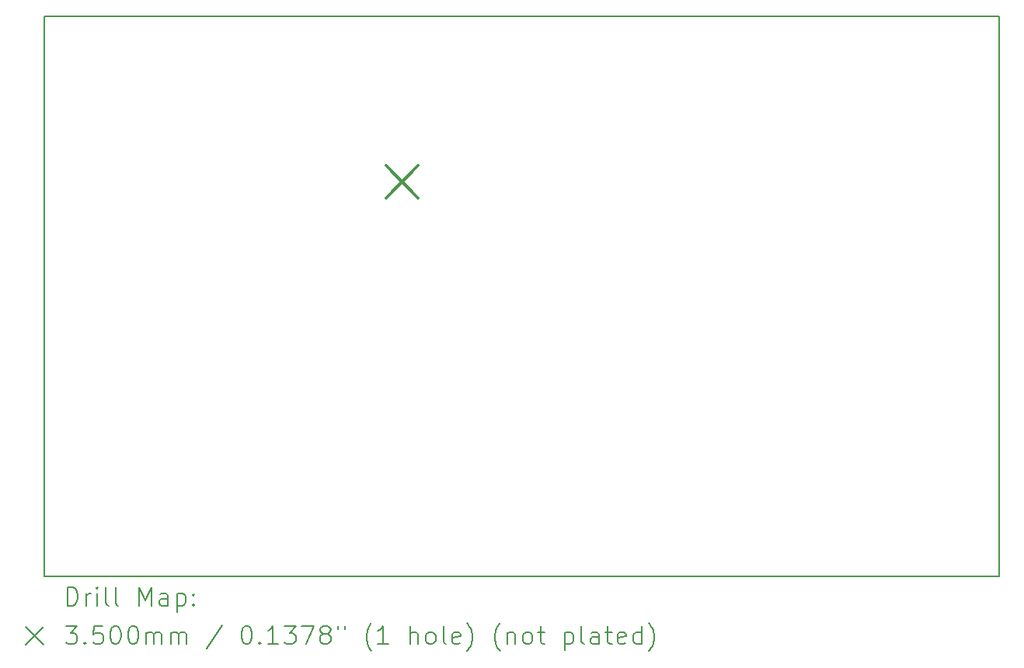
<source format=gbr>
%TF.GenerationSoftware,KiCad,Pcbnew,7.0.10*%
%TF.CreationDate,2024-06-22T16:03:16+02:00*%
%TF.ProjectId,Kicad_Projet_Trains_Sons,4b696361-645f-4507-926f-6a65745f5472,V2*%
%TF.SameCoordinates,Original*%
%TF.FileFunction,Drillmap*%
%TF.FilePolarity,Positive*%
%FSLAX45Y45*%
G04 Gerber Fmt 4.5, Leading zero omitted, Abs format (unit mm)*
G04 Created by KiCad (PCBNEW 7.0.10) date 2024-06-22 16:03:16*
%MOMM*%
%LPD*%
G01*
G04 APERTURE LIST*
%ADD10C,0.200000*%
%ADD11C,0.350000*%
G04 APERTURE END LIST*
D10*
X16440000Y-3750000D02*
X16440000Y-9850000D01*
X6040000Y-9850000D02*
X6040000Y-3750000D01*
X6040000Y-3750000D02*
X16440000Y-3750000D01*
X16440000Y-9850000D02*
X6040000Y-9850000D01*
D11*
X9762000Y-5375000D02*
X10112000Y-5725000D01*
X10112000Y-5375000D02*
X9762000Y-5725000D01*
D10*
X6290777Y-10171484D02*
X6290777Y-9971484D01*
X6290777Y-9971484D02*
X6338396Y-9971484D01*
X6338396Y-9971484D02*
X6366967Y-9981008D01*
X6366967Y-9981008D02*
X6386015Y-10000055D01*
X6386015Y-10000055D02*
X6395539Y-10019103D01*
X6395539Y-10019103D02*
X6405062Y-10057198D01*
X6405062Y-10057198D02*
X6405062Y-10085770D01*
X6405062Y-10085770D02*
X6395539Y-10123865D01*
X6395539Y-10123865D02*
X6386015Y-10142912D01*
X6386015Y-10142912D02*
X6366967Y-10161960D01*
X6366967Y-10161960D02*
X6338396Y-10171484D01*
X6338396Y-10171484D02*
X6290777Y-10171484D01*
X6490777Y-10171484D02*
X6490777Y-10038150D01*
X6490777Y-10076246D02*
X6500301Y-10057198D01*
X6500301Y-10057198D02*
X6509824Y-10047674D01*
X6509824Y-10047674D02*
X6528872Y-10038150D01*
X6528872Y-10038150D02*
X6547920Y-10038150D01*
X6614586Y-10171484D02*
X6614586Y-10038150D01*
X6614586Y-9971484D02*
X6605062Y-9981008D01*
X6605062Y-9981008D02*
X6614586Y-9990531D01*
X6614586Y-9990531D02*
X6624110Y-9981008D01*
X6624110Y-9981008D02*
X6614586Y-9971484D01*
X6614586Y-9971484D02*
X6614586Y-9990531D01*
X6738396Y-10171484D02*
X6719348Y-10161960D01*
X6719348Y-10161960D02*
X6709824Y-10142912D01*
X6709824Y-10142912D02*
X6709824Y-9971484D01*
X6843158Y-10171484D02*
X6824110Y-10161960D01*
X6824110Y-10161960D02*
X6814586Y-10142912D01*
X6814586Y-10142912D02*
X6814586Y-9971484D01*
X7071729Y-10171484D02*
X7071729Y-9971484D01*
X7071729Y-9971484D02*
X7138396Y-10114341D01*
X7138396Y-10114341D02*
X7205062Y-9971484D01*
X7205062Y-9971484D02*
X7205062Y-10171484D01*
X7386015Y-10171484D02*
X7386015Y-10066722D01*
X7386015Y-10066722D02*
X7376491Y-10047674D01*
X7376491Y-10047674D02*
X7357443Y-10038150D01*
X7357443Y-10038150D02*
X7319348Y-10038150D01*
X7319348Y-10038150D02*
X7300301Y-10047674D01*
X7386015Y-10161960D02*
X7366967Y-10171484D01*
X7366967Y-10171484D02*
X7319348Y-10171484D01*
X7319348Y-10171484D02*
X7300301Y-10161960D01*
X7300301Y-10161960D02*
X7290777Y-10142912D01*
X7290777Y-10142912D02*
X7290777Y-10123865D01*
X7290777Y-10123865D02*
X7300301Y-10104817D01*
X7300301Y-10104817D02*
X7319348Y-10095293D01*
X7319348Y-10095293D02*
X7366967Y-10095293D01*
X7366967Y-10095293D02*
X7386015Y-10085770D01*
X7481253Y-10038150D02*
X7481253Y-10238150D01*
X7481253Y-10047674D02*
X7500301Y-10038150D01*
X7500301Y-10038150D02*
X7538396Y-10038150D01*
X7538396Y-10038150D02*
X7557443Y-10047674D01*
X7557443Y-10047674D02*
X7566967Y-10057198D01*
X7566967Y-10057198D02*
X7576491Y-10076246D01*
X7576491Y-10076246D02*
X7576491Y-10133389D01*
X7576491Y-10133389D02*
X7566967Y-10152436D01*
X7566967Y-10152436D02*
X7557443Y-10161960D01*
X7557443Y-10161960D02*
X7538396Y-10171484D01*
X7538396Y-10171484D02*
X7500301Y-10171484D01*
X7500301Y-10171484D02*
X7481253Y-10161960D01*
X7662205Y-10152436D02*
X7671729Y-10161960D01*
X7671729Y-10161960D02*
X7662205Y-10171484D01*
X7662205Y-10171484D02*
X7652682Y-10161960D01*
X7652682Y-10161960D02*
X7662205Y-10152436D01*
X7662205Y-10152436D02*
X7662205Y-10171484D01*
X7662205Y-10047674D02*
X7671729Y-10057198D01*
X7671729Y-10057198D02*
X7662205Y-10066722D01*
X7662205Y-10066722D02*
X7652682Y-10057198D01*
X7652682Y-10057198D02*
X7662205Y-10047674D01*
X7662205Y-10047674D02*
X7662205Y-10066722D01*
X5830000Y-10400000D02*
X6030000Y-10600000D01*
X6030000Y-10400000D02*
X5830000Y-10600000D01*
X6271729Y-10391484D02*
X6395539Y-10391484D01*
X6395539Y-10391484D02*
X6328872Y-10467674D01*
X6328872Y-10467674D02*
X6357443Y-10467674D01*
X6357443Y-10467674D02*
X6376491Y-10477198D01*
X6376491Y-10477198D02*
X6386015Y-10486722D01*
X6386015Y-10486722D02*
X6395539Y-10505770D01*
X6395539Y-10505770D02*
X6395539Y-10553389D01*
X6395539Y-10553389D02*
X6386015Y-10572436D01*
X6386015Y-10572436D02*
X6376491Y-10581960D01*
X6376491Y-10581960D02*
X6357443Y-10591484D01*
X6357443Y-10591484D02*
X6300301Y-10591484D01*
X6300301Y-10591484D02*
X6281253Y-10581960D01*
X6281253Y-10581960D02*
X6271729Y-10572436D01*
X6481253Y-10572436D02*
X6490777Y-10581960D01*
X6490777Y-10581960D02*
X6481253Y-10591484D01*
X6481253Y-10591484D02*
X6471729Y-10581960D01*
X6471729Y-10581960D02*
X6481253Y-10572436D01*
X6481253Y-10572436D02*
X6481253Y-10591484D01*
X6671729Y-10391484D02*
X6576491Y-10391484D01*
X6576491Y-10391484D02*
X6566967Y-10486722D01*
X6566967Y-10486722D02*
X6576491Y-10477198D01*
X6576491Y-10477198D02*
X6595539Y-10467674D01*
X6595539Y-10467674D02*
X6643158Y-10467674D01*
X6643158Y-10467674D02*
X6662205Y-10477198D01*
X6662205Y-10477198D02*
X6671729Y-10486722D01*
X6671729Y-10486722D02*
X6681253Y-10505770D01*
X6681253Y-10505770D02*
X6681253Y-10553389D01*
X6681253Y-10553389D02*
X6671729Y-10572436D01*
X6671729Y-10572436D02*
X6662205Y-10581960D01*
X6662205Y-10581960D02*
X6643158Y-10591484D01*
X6643158Y-10591484D02*
X6595539Y-10591484D01*
X6595539Y-10591484D02*
X6576491Y-10581960D01*
X6576491Y-10581960D02*
X6566967Y-10572436D01*
X6805062Y-10391484D02*
X6824110Y-10391484D01*
X6824110Y-10391484D02*
X6843158Y-10401008D01*
X6843158Y-10401008D02*
X6852682Y-10410531D01*
X6852682Y-10410531D02*
X6862205Y-10429579D01*
X6862205Y-10429579D02*
X6871729Y-10467674D01*
X6871729Y-10467674D02*
X6871729Y-10515293D01*
X6871729Y-10515293D02*
X6862205Y-10553389D01*
X6862205Y-10553389D02*
X6852682Y-10572436D01*
X6852682Y-10572436D02*
X6843158Y-10581960D01*
X6843158Y-10581960D02*
X6824110Y-10591484D01*
X6824110Y-10591484D02*
X6805062Y-10591484D01*
X6805062Y-10591484D02*
X6786015Y-10581960D01*
X6786015Y-10581960D02*
X6776491Y-10572436D01*
X6776491Y-10572436D02*
X6766967Y-10553389D01*
X6766967Y-10553389D02*
X6757443Y-10515293D01*
X6757443Y-10515293D02*
X6757443Y-10467674D01*
X6757443Y-10467674D02*
X6766967Y-10429579D01*
X6766967Y-10429579D02*
X6776491Y-10410531D01*
X6776491Y-10410531D02*
X6786015Y-10401008D01*
X6786015Y-10401008D02*
X6805062Y-10391484D01*
X6995539Y-10391484D02*
X7014586Y-10391484D01*
X7014586Y-10391484D02*
X7033634Y-10401008D01*
X7033634Y-10401008D02*
X7043158Y-10410531D01*
X7043158Y-10410531D02*
X7052682Y-10429579D01*
X7052682Y-10429579D02*
X7062205Y-10467674D01*
X7062205Y-10467674D02*
X7062205Y-10515293D01*
X7062205Y-10515293D02*
X7052682Y-10553389D01*
X7052682Y-10553389D02*
X7043158Y-10572436D01*
X7043158Y-10572436D02*
X7033634Y-10581960D01*
X7033634Y-10581960D02*
X7014586Y-10591484D01*
X7014586Y-10591484D02*
X6995539Y-10591484D01*
X6995539Y-10591484D02*
X6976491Y-10581960D01*
X6976491Y-10581960D02*
X6966967Y-10572436D01*
X6966967Y-10572436D02*
X6957443Y-10553389D01*
X6957443Y-10553389D02*
X6947920Y-10515293D01*
X6947920Y-10515293D02*
X6947920Y-10467674D01*
X6947920Y-10467674D02*
X6957443Y-10429579D01*
X6957443Y-10429579D02*
X6966967Y-10410531D01*
X6966967Y-10410531D02*
X6976491Y-10401008D01*
X6976491Y-10401008D02*
X6995539Y-10391484D01*
X7147920Y-10591484D02*
X7147920Y-10458150D01*
X7147920Y-10477198D02*
X7157443Y-10467674D01*
X7157443Y-10467674D02*
X7176491Y-10458150D01*
X7176491Y-10458150D02*
X7205063Y-10458150D01*
X7205063Y-10458150D02*
X7224110Y-10467674D01*
X7224110Y-10467674D02*
X7233634Y-10486722D01*
X7233634Y-10486722D02*
X7233634Y-10591484D01*
X7233634Y-10486722D02*
X7243158Y-10467674D01*
X7243158Y-10467674D02*
X7262205Y-10458150D01*
X7262205Y-10458150D02*
X7290777Y-10458150D01*
X7290777Y-10458150D02*
X7309824Y-10467674D01*
X7309824Y-10467674D02*
X7319348Y-10486722D01*
X7319348Y-10486722D02*
X7319348Y-10591484D01*
X7414586Y-10591484D02*
X7414586Y-10458150D01*
X7414586Y-10477198D02*
X7424110Y-10467674D01*
X7424110Y-10467674D02*
X7443158Y-10458150D01*
X7443158Y-10458150D02*
X7471729Y-10458150D01*
X7471729Y-10458150D02*
X7490777Y-10467674D01*
X7490777Y-10467674D02*
X7500301Y-10486722D01*
X7500301Y-10486722D02*
X7500301Y-10591484D01*
X7500301Y-10486722D02*
X7509824Y-10467674D01*
X7509824Y-10467674D02*
X7528872Y-10458150D01*
X7528872Y-10458150D02*
X7557443Y-10458150D01*
X7557443Y-10458150D02*
X7576491Y-10467674D01*
X7576491Y-10467674D02*
X7586015Y-10486722D01*
X7586015Y-10486722D02*
X7586015Y-10591484D01*
X7976491Y-10381960D02*
X7805063Y-10639103D01*
X8233634Y-10391484D02*
X8252682Y-10391484D01*
X8252682Y-10391484D02*
X8271729Y-10401008D01*
X8271729Y-10401008D02*
X8281253Y-10410531D01*
X8281253Y-10410531D02*
X8290777Y-10429579D01*
X8290777Y-10429579D02*
X8300301Y-10467674D01*
X8300301Y-10467674D02*
X8300301Y-10515293D01*
X8300301Y-10515293D02*
X8290777Y-10553389D01*
X8290777Y-10553389D02*
X8281253Y-10572436D01*
X8281253Y-10572436D02*
X8271729Y-10581960D01*
X8271729Y-10581960D02*
X8252682Y-10591484D01*
X8252682Y-10591484D02*
X8233634Y-10591484D01*
X8233634Y-10591484D02*
X8214586Y-10581960D01*
X8214586Y-10581960D02*
X8205063Y-10572436D01*
X8205063Y-10572436D02*
X8195539Y-10553389D01*
X8195539Y-10553389D02*
X8186015Y-10515293D01*
X8186015Y-10515293D02*
X8186015Y-10467674D01*
X8186015Y-10467674D02*
X8195539Y-10429579D01*
X8195539Y-10429579D02*
X8205063Y-10410531D01*
X8205063Y-10410531D02*
X8214586Y-10401008D01*
X8214586Y-10401008D02*
X8233634Y-10391484D01*
X8386015Y-10572436D02*
X8395539Y-10581960D01*
X8395539Y-10581960D02*
X8386015Y-10591484D01*
X8386015Y-10591484D02*
X8376491Y-10581960D01*
X8376491Y-10581960D02*
X8386015Y-10572436D01*
X8386015Y-10572436D02*
X8386015Y-10591484D01*
X8586015Y-10591484D02*
X8471729Y-10591484D01*
X8528872Y-10591484D02*
X8528872Y-10391484D01*
X8528872Y-10391484D02*
X8509825Y-10420055D01*
X8509825Y-10420055D02*
X8490777Y-10439103D01*
X8490777Y-10439103D02*
X8471729Y-10448627D01*
X8652682Y-10391484D02*
X8776491Y-10391484D01*
X8776491Y-10391484D02*
X8709825Y-10467674D01*
X8709825Y-10467674D02*
X8738396Y-10467674D01*
X8738396Y-10467674D02*
X8757444Y-10477198D01*
X8757444Y-10477198D02*
X8766968Y-10486722D01*
X8766968Y-10486722D02*
X8776491Y-10505770D01*
X8776491Y-10505770D02*
X8776491Y-10553389D01*
X8776491Y-10553389D02*
X8766968Y-10572436D01*
X8766968Y-10572436D02*
X8757444Y-10581960D01*
X8757444Y-10581960D02*
X8738396Y-10591484D01*
X8738396Y-10591484D02*
X8681253Y-10591484D01*
X8681253Y-10591484D02*
X8662206Y-10581960D01*
X8662206Y-10581960D02*
X8652682Y-10572436D01*
X8843158Y-10391484D02*
X8976491Y-10391484D01*
X8976491Y-10391484D02*
X8890777Y-10591484D01*
X9081253Y-10477198D02*
X9062206Y-10467674D01*
X9062206Y-10467674D02*
X9052682Y-10458150D01*
X9052682Y-10458150D02*
X9043158Y-10439103D01*
X9043158Y-10439103D02*
X9043158Y-10429579D01*
X9043158Y-10429579D02*
X9052682Y-10410531D01*
X9052682Y-10410531D02*
X9062206Y-10401008D01*
X9062206Y-10401008D02*
X9081253Y-10391484D01*
X9081253Y-10391484D02*
X9119349Y-10391484D01*
X9119349Y-10391484D02*
X9138396Y-10401008D01*
X9138396Y-10401008D02*
X9147920Y-10410531D01*
X9147920Y-10410531D02*
X9157444Y-10429579D01*
X9157444Y-10429579D02*
X9157444Y-10439103D01*
X9157444Y-10439103D02*
X9147920Y-10458150D01*
X9147920Y-10458150D02*
X9138396Y-10467674D01*
X9138396Y-10467674D02*
X9119349Y-10477198D01*
X9119349Y-10477198D02*
X9081253Y-10477198D01*
X9081253Y-10477198D02*
X9062206Y-10486722D01*
X9062206Y-10486722D02*
X9052682Y-10496246D01*
X9052682Y-10496246D02*
X9043158Y-10515293D01*
X9043158Y-10515293D02*
X9043158Y-10553389D01*
X9043158Y-10553389D02*
X9052682Y-10572436D01*
X9052682Y-10572436D02*
X9062206Y-10581960D01*
X9062206Y-10581960D02*
X9081253Y-10591484D01*
X9081253Y-10591484D02*
X9119349Y-10591484D01*
X9119349Y-10591484D02*
X9138396Y-10581960D01*
X9138396Y-10581960D02*
X9147920Y-10572436D01*
X9147920Y-10572436D02*
X9157444Y-10553389D01*
X9157444Y-10553389D02*
X9157444Y-10515293D01*
X9157444Y-10515293D02*
X9147920Y-10496246D01*
X9147920Y-10496246D02*
X9138396Y-10486722D01*
X9138396Y-10486722D02*
X9119349Y-10477198D01*
X9233634Y-10391484D02*
X9233634Y-10429579D01*
X9309825Y-10391484D02*
X9309825Y-10429579D01*
X9605063Y-10667674D02*
X9595539Y-10658150D01*
X9595539Y-10658150D02*
X9576491Y-10629579D01*
X9576491Y-10629579D02*
X9566968Y-10610531D01*
X9566968Y-10610531D02*
X9557444Y-10581960D01*
X9557444Y-10581960D02*
X9547920Y-10534341D01*
X9547920Y-10534341D02*
X9547920Y-10496246D01*
X9547920Y-10496246D02*
X9557444Y-10448627D01*
X9557444Y-10448627D02*
X9566968Y-10420055D01*
X9566968Y-10420055D02*
X9576491Y-10401008D01*
X9576491Y-10401008D02*
X9595539Y-10372436D01*
X9595539Y-10372436D02*
X9605063Y-10362912D01*
X9786015Y-10591484D02*
X9671730Y-10591484D01*
X9728872Y-10591484D02*
X9728872Y-10391484D01*
X9728872Y-10391484D02*
X9709825Y-10420055D01*
X9709825Y-10420055D02*
X9690777Y-10439103D01*
X9690777Y-10439103D02*
X9671730Y-10448627D01*
X10024111Y-10591484D02*
X10024111Y-10391484D01*
X10109825Y-10591484D02*
X10109825Y-10486722D01*
X10109825Y-10486722D02*
X10100301Y-10467674D01*
X10100301Y-10467674D02*
X10081253Y-10458150D01*
X10081253Y-10458150D02*
X10052682Y-10458150D01*
X10052682Y-10458150D02*
X10033634Y-10467674D01*
X10033634Y-10467674D02*
X10024111Y-10477198D01*
X10233634Y-10591484D02*
X10214587Y-10581960D01*
X10214587Y-10581960D02*
X10205063Y-10572436D01*
X10205063Y-10572436D02*
X10195539Y-10553389D01*
X10195539Y-10553389D02*
X10195539Y-10496246D01*
X10195539Y-10496246D02*
X10205063Y-10477198D01*
X10205063Y-10477198D02*
X10214587Y-10467674D01*
X10214587Y-10467674D02*
X10233634Y-10458150D01*
X10233634Y-10458150D02*
X10262206Y-10458150D01*
X10262206Y-10458150D02*
X10281253Y-10467674D01*
X10281253Y-10467674D02*
X10290777Y-10477198D01*
X10290777Y-10477198D02*
X10300301Y-10496246D01*
X10300301Y-10496246D02*
X10300301Y-10553389D01*
X10300301Y-10553389D02*
X10290777Y-10572436D01*
X10290777Y-10572436D02*
X10281253Y-10581960D01*
X10281253Y-10581960D02*
X10262206Y-10591484D01*
X10262206Y-10591484D02*
X10233634Y-10591484D01*
X10414587Y-10591484D02*
X10395539Y-10581960D01*
X10395539Y-10581960D02*
X10386015Y-10562912D01*
X10386015Y-10562912D02*
X10386015Y-10391484D01*
X10566968Y-10581960D02*
X10547920Y-10591484D01*
X10547920Y-10591484D02*
X10509825Y-10591484D01*
X10509825Y-10591484D02*
X10490777Y-10581960D01*
X10490777Y-10581960D02*
X10481253Y-10562912D01*
X10481253Y-10562912D02*
X10481253Y-10486722D01*
X10481253Y-10486722D02*
X10490777Y-10467674D01*
X10490777Y-10467674D02*
X10509825Y-10458150D01*
X10509825Y-10458150D02*
X10547920Y-10458150D01*
X10547920Y-10458150D02*
X10566968Y-10467674D01*
X10566968Y-10467674D02*
X10576492Y-10486722D01*
X10576492Y-10486722D02*
X10576492Y-10505770D01*
X10576492Y-10505770D02*
X10481253Y-10524817D01*
X10643158Y-10667674D02*
X10652682Y-10658150D01*
X10652682Y-10658150D02*
X10671730Y-10629579D01*
X10671730Y-10629579D02*
X10681253Y-10610531D01*
X10681253Y-10610531D02*
X10690777Y-10581960D01*
X10690777Y-10581960D02*
X10700301Y-10534341D01*
X10700301Y-10534341D02*
X10700301Y-10496246D01*
X10700301Y-10496246D02*
X10690777Y-10448627D01*
X10690777Y-10448627D02*
X10681253Y-10420055D01*
X10681253Y-10420055D02*
X10671730Y-10401008D01*
X10671730Y-10401008D02*
X10652682Y-10372436D01*
X10652682Y-10372436D02*
X10643158Y-10362912D01*
X11005063Y-10667674D02*
X10995539Y-10658150D01*
X10995539Y-10658150D02*
X10976492Y-10629579D01*
X10976492Y-10629579D02*
X10966968Y-10610531D01*
X10966968Y-10610531D02*
X10957444Y-10581960D01*
X10957444Y-10581960D02*
X10947920Y-10534341D01*
X10947920Y-10534341D02*
X10947920Y-10496246D01*
X10947920Y-10496246D02*
X10957444Y-10448627D01*
X10957444Y-10448627D02*
X10966968Y-10420055D01*
X10966968Y-10420055D02*
X10976492Y-10401008D01*
X10976492Y-10401008D02*
X10995539Y-10372436D01*
X10995539Y-10372436D02*
X11005063Y-10362912D01*
X11081253Y-10458150D02*
X11081253Y-10591484D01*
X11081253Y-10477198D02*
X11090777Y-10467674D01*
X11090777Y-10467674D02*
X11109825Y-10458150D01*
X11109825Y-10458150D02*
X11138396Y-10458150D01*
X11138396Y-10458150D02*
X11157444Y-10467674D01*
X11157444Y-10467674D02*
X11166968Y-10486722D01*
X11166968Y-10486722D02*
X11166968Y-10591484D01*
X11290777Y-10591484D02*
X11271730Y-10581960D01*
X11271730Y-10581960D02*
X11262206Y-10572436D01*
X11262206Y-10572436D02*
X11252682Y-10553389D01*
X11252682Y-10553389D02*
X11252682Y-10496246D01*
X11252682Y-10496246D02*
X11262206Y-10477198D01*
X11262206Y-10477198D02*
X11271730Y-10467674D01*
X11271730Y-10467674D02*
X11290777Y-10458150D01*
X11290777Y-10458150D02*
X11319349Y-10458150D01*
X11319349Y-10458150D02*
X11338396Y-10467674D01*
X11338396Y-10467674D02*
X11347920Y-10477198D01*
X11347920Y-10477198D02*
X11357444Y-10496246D01*
X11357444Y-10496246D02*
X11357444Y-10553389D01*
X11357444Y-10553389D02*
X11347920Y-10572436D01*
X11347920Y-10572436D02*
X11338396Y-10581960D01*
X11338396Y-10581960D02*
X11319349Y-10591484D01*
X11319349Y-10591484D02*
X11290777Y-10591484D01*
X11414587Y-10458150D02*
X11490777Y-10458150D01*
X11443158Y-10391484D02*
X11443158Y-10562912D01*
X11443158Y-10562912D02*
X11452682Y-10581960D01*
X11452682Y-10581960D02*
X11471730Y-10591484D01*
X11471730Y-10591484D02*
X11490777Y-10591484D01*
X11709825Y-10458150D02*
X11709825Y-10658150D01*
X11709825Y-10467674D02*
X11728872Y-10458150D01*
X11728872Y-10458150D02*
X11766968Y-10458150D01*
X11766968Y-10458150D02*
X11786015Y-10467674D01*
X11786015Y-10467674D02*
X11795539Y-10477198D01*
X11795539Y-10477198D02*
X11805063Y-10496246D01*
X11805063Y-10496246D02*
X11805063Y-10553389D01*
X11805063Y-10553389D02*
X11795539Y-10572436D01*
X11795539Y-10572436D02*
X11786015Y-10581960D01*
X11786015Y-10581960D02*
X11766968Y-10591484D01*
X11766968Y-10591484D02*
X11728872Y-10591484D01*
X11728872Y-10591484D02*
X11709825Y-10581960D01*
X11919349Y-10591484D02*
X11900301Y-10581960D01*
X11900301Y-10581960D02*
X11890777Y-10562912D01*
X11890777Y-10562912D02*
X11890777Y-10391484D01*
X12081253Y-10591484D02*
X12081253Y-10486722D01*
X12081253Y-10486722D02*
X12071730Y-10467674D01*
X12071730Y-10467674D02*
X12052682Y-10458150D01*
X12052682Y-10458150D02*
X12014587Y-10458150D01*
X12014587Y-10458150D02*
X11995539Y-10467674D01*
X12081253Y-10581960D02*
X12062206Y-10591484D01*
X12062206Y-10591484D02*
X12014587Y-10591484D01*
X12014587Y-10591484D02*
X11995539Y-10581960D01*
X11995539Y-10581960D02*
X11986015Y-10562912D01*
X11986015Y-10562912D02*
X11986015Y-10543865D01*
X11986015Y-10543865D02*
X11995539Y-10524817D01*
X11995539Y-10524817D02*
X12014587Y-10515293D01*
X12014587Y-10515293D02*
X12062206Y-10515293D01*
X12062206Y-10515293D02*
X12081253Y-10505770D01*
X12147920Y-10458150D02*
X12224111Y-10458150D01*
X12176492Y-10391484D02*
X12176492Y-10562912D01*
X12176492Y-10562912D02*
X12186015Y-10581960D01*
X12186015Y-10581960D02*
X12205063Y-10591484D01*
X12205063Y-10591484D02*
X12224111Y-10591484D01*
X12366968Y-10581960D02*
X12347920Y-10591484D01*
X12347920Y-10591484D02*
X12309825Y-10591484D01*
X12309825Y-10591484D02*
X12290777Y-10581960D01*
X12290777Y-10581960D02*
X12281253Y-10562912D01*
X12281253Y-10562912D02*
X12281253Y-10486722D01*
X12281253Y-10486722D02*
X12290777Y-10467674D01*
X12290777Y-10467674D02*
X12309825Y-10458150D01*
X12309825Y-10458150D02*
X12347920Y-10458150D01*
X12347920Y-10458150D02*
X12366968Y-10467674D01*
X12366968Y-10467674D02*
X12376492Y-10486722D01*
X12376492Y-10486722D02*
X12376492Y-10505770D01*
X12376492Y-10505770D02*
X12281253Y-10524817D01*
X12547920Y-10591484D02*
X12547920Y-10391484D01*
X12547920Y-10581960D02*
X12528873Y-10591484D01*
X12528873Y-10591484D02*
X12490777Y-10591484D01*
X12490777Y-10591484D02*
X12471730Y-10581960D01*
X12471730Y-10581960D02*
X12462206Y-10572436D01*
X12462206Y-10572436D02*
X12452682Y-10553389D01*
X12452682Y-10553389D02*
X12452682Y-10496246D01*
X12452682Y-10496246D02*
X12462206Y-10477198D01*
X12462206Y-10477198D02*
X12471730Y-10467674D01*
X12471730Y-10467674D02*
X12490777Y-10458150D01*
X12490777Y-10458150D02*
X12528873Y-10458150D01*
X12528873Y-10458150D02*
X12547920Y-10467674D01*
X12624111Y-10667674D02*
X12633634Y-10658150D01*
X12633634Y-10658150D02*
X12652682Y-10629579D01*
X12652682Y-10629579D02*
X12662206Y-10610531D01*
X12662206Y-10610531D02*
X12671730Y-10581960D01*
X12671730Y-10581960D02*
X12681253Y-10534341D01*
X12681253Y-10534341D02*
X12681253Y-10496246D01*
X12681253Y-10496246D02*
X12671730Y-10448627D01*
X12671730Y-10448627D02*
X12662206Y-10420055D01*
X12662206Y-10420055D02*
X12652682Y-10401008D01*
X12652682Y-10401008D02*
X12633634Y-10372436D01*
X12633634Y-10372436D02*
X12624111Y-10362912D01*
M02*

</source>
